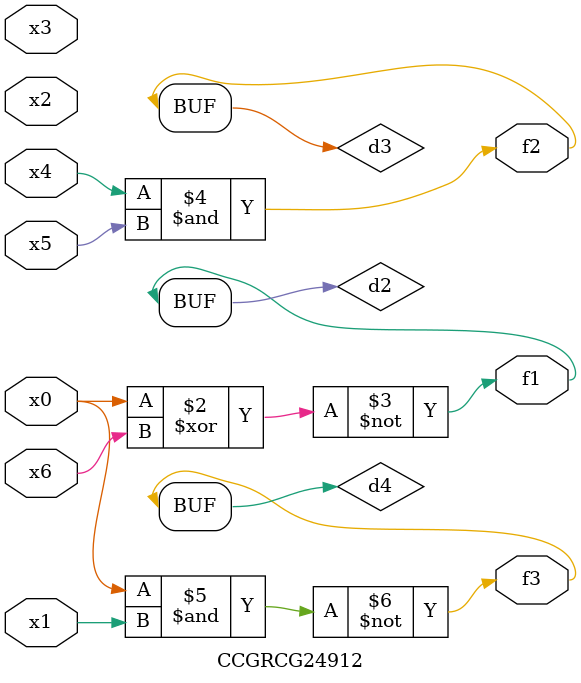
<source format=v>
module CCGRCG24912(
	input x0, x1, x2, x3, x4, x5, x6,
	output f1, f2, f3
);

	wire d1, d2, d3, d4;

	nor (d1, x0);
	xnor (d2, x0, x6);
	and (d3, x4, x5);
	nand (d4, x0, x1);
	assign f1 = d2;
	assign f2 = d3;
	assign f3 = d4;
endmodule

</source>
